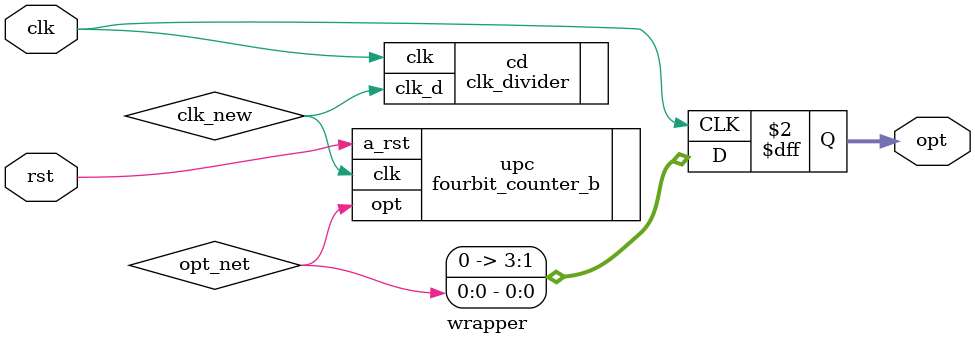
<source format=v>
`timescale 1ns / 1ps
module wrapper(input clk,input rst,output reg[3:0] opt);
	wire opt_net;
	wire clk_new;
	
	always @ (posedge clk) begin
		opt<=opt_net;
	end
	
	clk_divider cd(.clk(clk),.clk_d(clk_new));
	
	fourbit_counter_b upc(.clk(clk_new), .a_rst(rst), .opt(opt_net));


endmodule
</source>
